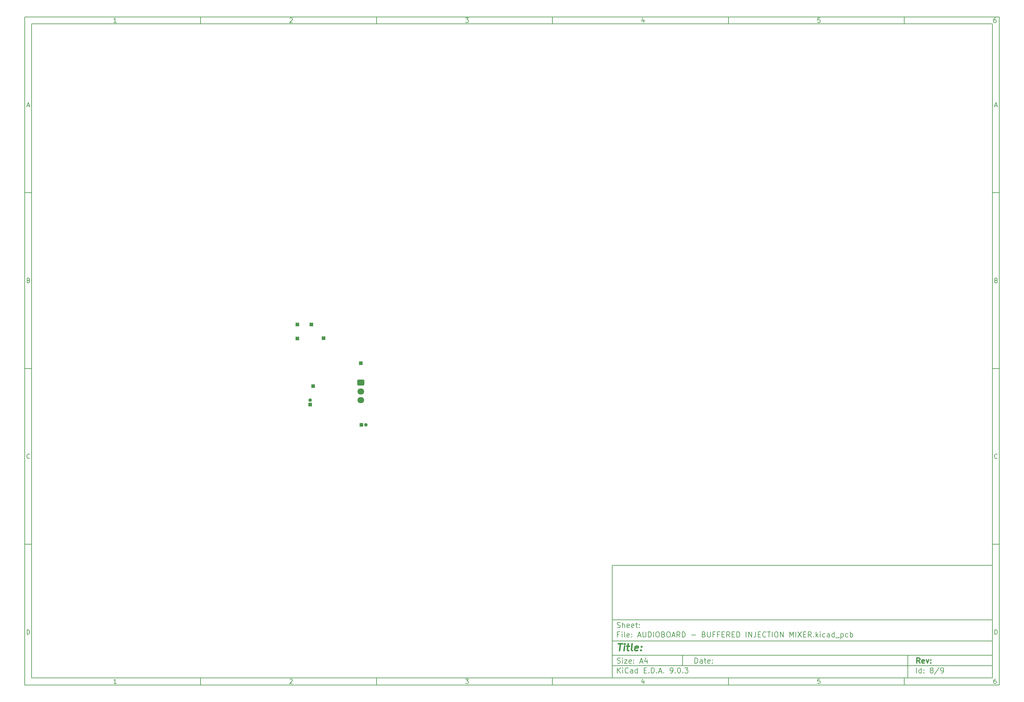
<source format=gbr>
%TF.GenerationSoftware,KiCad,Pcbnew,9.0.3*%
%TF.CreationDate,2025-09-10T01:15:20-07:00*%
%TF.ProjectId,AUDIOBOARD - BUFFERED INJECTION MIXER,41554449-4f42-44f4-9152-44202d204255,rev?*%
%TF.SameCoordinates,Original*%
%TF.FileFunction,Soldermask,Bot*%
%TF.FilePolarity,Negative*%
%FSLAX46Y46*%
G04 Gerber Fmt 4.6, Leading zero omitted, Abs format (unit mm)*
G04 Created by KiCad (PCBNEW 9.0.3) date 2025-09-10 01:15:20*
%MOMM*%
%LPD*%
G01*
G04 APERTURE LIST*
G04 Aperture macros list*
%AMRoundRect*
0 Rectangle with rounded corners*
0 $1 Rounding radius*
0 $2 $3 $4 $5 $6 $7 $8 $9 X,Y pos of 4 corners*
0 Add a 4 corners polygon primitive as box body*
4,1,4,$2,$3,$4,$5,$6,$7,$8,$9,$2,$3,0*
0 Add four circle primitives for the rounded corners*
1,1,$1+$1,$2,$3*
1,1,$1+$1,$4,$5*
1,1,$1+$1,$6,$7*
1,1,$1+$1,$8,$9*
0 Add four rect primitives between the rounded corners*
20,1,$1+$1,$2,$3,$4,$5,0*
20,1,$1+$1,$4,$5,$6,$7,0*
20,1,$1+$1,$6,$7,$8,$9,0*
20,1,$1+$1,$8,$9,$2,$3,0*%
G04 Aperture macros list end*
%ADD10C,0.100000*%
%ADD11C,0.150000*%
%ADD12C,0.300000*%
%ADD13C,0.400000*%
%ADD14R,1.000000X1.000000*%
%ADD15RoundRect,0.250000X-0.725000X0.600000X-0.725000X-0.600000X0.725000X-0.600000X0.725000X0.600000X0*%
%ADD16O,1.950000X1.700000*%
%ADD17C,1.000000*%
G04 APERTURE END LIST*
D10*
D11*
X177002200Y-166007200D02*
X285002200Y-166007200D01*
X285002200Y-198007200D01*
X177002200Y-198007200D01*
X177002200Y-166007200D01*
D10*
D11*
X10000000Y-10000000D02*
X287002200Y-10000000D01*
X287002200Y-200007200D01*
X10000000Y-200007200D01*
X10000000Y-10000000D01*
D10*
D11*
X12000000Y-12000000D02*
X285002200Y-12000000D01*
X285002200Y-198007200D01*
X12000000Y-198007200D01*
X12000000Y-12000000D01*
D10*
D11*
X60000000Y-12000000D02*
X60000000Y-10000000D01*
D10*
D11*
X110000000Y-12000000D02*
X110000000Y-10000000D01*
D10*
D11*
X160000000Y-12000000D02*
X160000000Y-10000000D01*
D10*
D11*
X210000000Y-12000000D02*
X210000000Y-10000000D01*
D10*
D11*
X260000000Y-12000000D02*
X260000000Y-10000000D01*
D10*
D11*
X36089160Y-11593604D02*
X35346303Y-11593604D01*
X35717731Y-11593604D02*
X35717731Y-10293604D01*
X35717731Y-10293604D02*
X35593922Y-10479319D01*
X35593922Y-10479319D02*
X35470112Y-10603128D01*
X35470112Y-10603128D02*
X35346303Y-10665033D01*
D10*
D11*
X85346303Y-10417414D02*
X85408207Y-10355509D01*
X85408207Y-10355509D02*
X85532017Y-10293604D01*
X85532017Y-10293604D02*
X85841541Y-10293604D01*
X85841541Y-10293604D02*
X85965350Y-10355509D01*
X85965350Y-10355509D02*
X86027255Y-10417414D01*
X86027255Y-10417414D02*
X86089160Y-10541223D01*
X86089160Y-10541223D02*
X86089160Y-10665033D01*
X86089160Y-10665033D02*
X86027255Y-10850747D01*
X86027255Y-10850747D02*
X85284398Y-11593604D01*
X85284398Y-11593604D02*
X86089160Y-11593604D01*
D10*
D11*
X135284398Y-10293604D02*
X136089160Y-10293604D01*
X136089160Y-10293604D02*
X135655826Y-10788842D01*
X135655826Y-10788842D02*
X135841541Y-10788842D01*
X135841541Y-10788842D02*
X135965350Y-10850747D01*
X135965350Y-10850747D02*
X136027255Y-10912652D01*
X136027255Y-10912652D02*
X136089160Y-11036461D01*
X136089160Y-11036461D02*
X136089160Y-11345985D01*
X136089160Y-11345985D02*
X136027255Y-11469795D01*
X136027255Y-11469795D02*
X135965350Y-11531700D01*
X135965350Y-11531700D02*
X135841541Y-11593604D01*
X135841541Y-11593604D02*
X135470112Y-11593604D01*
X135470112Y-11593604D02*
X135346303Y-11531700D01*
X135346303Y-11531700D02*
X135284398Y-11469795D01*
D10*
D11*
X185965350Y-10726938D02*
X185965350Y-11593604D01*
X185655826Y-10231700D02*
X185346303Y-11160271D01*
X185346303Y-11160271D02*
X186151064Y-11160271D01*
D10*
D11*
X236027255Y-10293604D02*
X235408207Y-10293604D01*
X235408207Y-10293604D02*
X235346303Y-10912652D01*
X235346303Y-10912652D02*
X235408207Y-10850747D01*
X235408207Y-10850747D02*
X235532017Y-10788842D01*
X235532017Y-10788842D02*
X235841541Y-10788842D01*
X235841541Y-10788842D02*
X235965350Y-10850747D01*
X235965350Y-10850747D02*
X236027255Y-10912652D01*
X236027255Y-10912652D02*
X236089160Y-11036461D01*
X236089160Y-11036461D02*
X236089160Y-11345985D01*
X236089160Y-11345985D02*
X236027255Y-11469795D01*
X236027255Y-11469795D02*
X235965350Y-11531700D01*
X235965350Y-11531700D02*
X235841541Y-11593604D01*
X235841541Y-11593604D02*
X235532017Y-11593604D01*
X235532017Y-11593604D02*
X235408207Y-11531700D01*
X235408207Y-11531700D02*
X235346303Y-11469795D01*
D10*
D11*
X285965350Y-10293604D02*
X285717731Y-10293604D01*
X285717731Y-10293604D02*
X285593922Y-10355509D01*
X285593922Y-10355509D02*
X285532017Y-10417414D01*
X285532017Y-10417414D02*
X285408207Y-10603128D01*
X285408207Y-10603128D02*
X285346303Y-10850747D01*
X285346303Y-10850747D02*
X285346303Y-11345985D01*
X285346303Y-11345985D02*
X285408207Y-11469795D01*
X285408207Y-11469795D02*
X285470112Y-11531700D01*
X285470112Y-11531700D02*
X285593922Y-11593604D01*
X285593922Y-11593604D02*
X285841541Y-11593604D01*
X285841541Y-11593604D02*
X285965350Y-11531700D01*
X285965350Y-11531700D02*
X286027255Y-11469795D01*
X286027255Y-11469795D02*
X286089160Y-11345985D01*
X286089160Y-11345985D02*
X286089160Y-11036461D01*
X286089160Y-11036461D02*
X286027255Y-10912652D01*
X286027255Y-10912652D02*
X285965350Y-10850747D01*
X285965350Y-10850747D02*
X285841541Y-10788842D01*
X285841541Y-10788842D02*
X285593922Y-10788842D01*
X285593922Y-10788842D02*
X285470112Y-10850747D01*
X285470112Y-10850747D02*
X285408207Y-10912652D01*
X285408207Y-10912652D02*
X285346303Y-11036461D01*
D10*
D11*
X60000000Y-198007200D02*
X60000000Y-200007200D01*
D10*
D11*
X110000000Y-198007200D02*
X110000000Y-200007200D01*
D10*
D11*
X160000000Y-198007200D02*
X160000000Y-200007200D01*
D10*
D11*
X210000000Y-198007200D02*
X210000000Y-200007200D01*
D10*
D11*
X260000000Y-198007200D02*
X260000000Y-200007200D01*
D10*
D11*
X36089160Y-199600804D02*
X35346303Y-199600804D01*
X35717731Y-199600804D02*
X35717731Y-198300804D01*
X35717731Y-198300804D02*
X35593922Y-198486519D01*
X35593922Y-198486519D02*
X35470112Y-198610328D01*
X35470112Y-198610328D02*
X35346303Y-198672233D01*
D10*
D11*
X85346303Y-198424614D02*
X85408207Y-198362709D01*
X85408207Y-198362709D02*
X85532017Y-198300804D01*
X85532017Y-198300804D02*
X85841541Y-198300804D01*
X85841541Y-198300804D02*
X85965350Y-198362709D01*
X85965350Y-198362709D02*
X86027255Y-198424614D01*
X86027255Y-198424614D02*
X86089160Y-198548423D01*
X86089160Y-198548423D02*
X86089160Y-198672233D01*
X86089160Y-198672233D02*
X86027255Y-198857947D01*
X86027255Y-198857947D02*
X85284398Y-199600804D01*
X85284398Y-199600804D02*
X86089160Y-199600804D01*
D10*
D11*
X135284398Y-198300804D02*
X136089160Y-198300804D01*
X136089160Y-198300804D02*
X135655826Y-198796042D01*
X135655826Y-198796042D02*
X135841541Y-198796042D01*
X135841541Y-198796042D02*
X135965350Y-198857947D01*
X135965350Y-198857947D02*
X136027255Y-198919852D01*
X136027255Y-198919852D02*
X136089160Y-199043661D01*
X136089160Y-199043661D02*
X136089160Y-199353185D01*
X136089160Y-199353185D02*
X136027255Y-199476995D01*
X136027255Y-199476995D02*
X135965350Y-199538900D01*
X135965350Y-199538900D02*
X135841541Y-199600804D01*
X135841541Y-199600804D02*
X135470112Y-199600804D01*
X135470112Y-199600804D02*
X135346303Y-199538900D01*
X135346303Y-199538900D02*
X135284398Y-199476995D01*
D10*
D11*
X185965350Y-198734138D02*
X185965350Y-199600804D01*
X185655826Y-198238900D02*
X185346303Y-199167471D01*
X185346303Y-199167471D02*
X186151064Y-199167471D01*
D10*
D11*
X236027255Y-198300804D02*
X235408207Y-198300804D01*
X235408207Y-198300804D02*
X235346303Y-198919852D01*
X235346303Y-198919852D02*
X235408207Y-198857947D01*
X235408207Y-198857947D02*
X235532017Y-198796042D01*
X235532017Y-198796042D02*
X235841541Y-198796042D01*
X235841541Y-198796042D02*
X235965350Y-198857947D01*
X235965350Y-198857947D02*
X236027255Y-198919852D01*
X236027255Y-198919852D02*
X236089160Y-199043661D01*
X236089160Y-199043661D02*
X236089160Y-199353185D01*
X236089160Y-199353185D02*
X236027255Y-199476995D01*
X236027255Y-199476995D02*
X235965350Y-199538900D01*
X235965350Y-199538900D02*
X235841541Y-199600804D01*
X235841541Y-199600804D02*
X235532017Y-199600804D01*
X235532017Y-199600804D02*
X235408207Y-199538900D01*
X235408207Y-199538900D02*
X235346303Y-199476995D01*
D10*
D11*
X285965350Y-198300804D02*
X285717731Y-198300804D01*
X285717731Y-198300804D02*
X285593922Y-198362709D01*
X285593922Y-198362709D02*
X285532017Y-198424614D01*
X285532017Y-198424614D02*
X285408207Y-198610328D01*
X285408207Y-198610328D02*
X285346303Y-198857947D01*
X285346303Y-198857947D02*
X285346303Y-199353185D01*
X285346303Y-199353185D02*
X285408207Y-199476995D01*
X285408207Y-199476995D02*
X285470112Y-199538900D01*
X285470112Y-199538900D02*
X285593922Y-199600804D01*
X285593922Y-199600804D02*
X285841541Y-199600804D01*
X285841541Y-199600804D02*
X285965350Y-199538900D01*
X285965350Y-199538900D02*
X286027255Y-199476995D01*
X286027255Y-199476995D02*
X286089160Y-199353185D01*
X286089160Y-199353185D02*
X286089160Y-199043661D01*
X286089160Y-199043661D02*
X286027255Y-198919852D01*
X286027255Y-198919852D02*
X285965350Y-198857947D01*
X285965350Y-198857947D02*
X285841541Y-198796042D01*
X285841541Y-198796042D02*
X285593922Y-198796042D01*
X285593922Y-198796042D02*
X285470112Y-198857947D01*
X285470112Y-198857947D02*
X285408207Y-198919852D01*
X285408207Y-198919852D02*
X285346303Y-199043661D01*
D10*
D11*
X10000000Y-60000000D02*
X12000000Y-60000000D01*
D10*
D11*
X10000000Y-110000000D02*
X12000000Y-110000000D01*
D10*
D11*
X10000000Y-160000000D02*
X12000000Y-160000000D01*
D10*
D11*
X10690476Y-35222176D02*
X11309523Y-35222176D01*
X10566666Y-35593604D02*
X10999999Y-34293604D01*
X10999999Y-34293604D02*
X11433333Y-35593604D01*
D10*
D11*
X11092857Y-84912652D02*
X11278571Y-84974557D01*
X11278571Y-84974557D02*
X11340476Y-85036461D01*
X11340476Y-85036461D02*
X11402380Y-85160271D01*
X11402380Y-85160271D02*
X11402380Y-85345985D01*
X11402380Y-85345985D02*
X11340476Y-85469795D01*
X11340476Y-85469795D02*
X11278571Y-85531700D01*
X11278571Y-85531700D02*
X11154761Y-85593604D01*
X11154761Y-85593604D02*
X10659523Y-85593604D01*
X10659523Y-85593604D02*
X10659523Y-84293604D01*
X10659523Y-84293604D02*
X11092857Y-84293604D01*
X11092857Y-84293604D02*
X11216666Y-84355509D01*
X11216666Y-84355509D02*
X11278571Y-84417414D01*
X11278571Y-84417414D02*
X11340476Y-84541223D01*
X11340476Y-84541223D02*
X11340476Y-84665033D01*
X11340476Y-84665033D02*
X11278571Y-84788842D01*
X11278571Y-84788842D02*
X11216666Y-84850747D01*
X11216666Y-84850747D02*
X11092857Y-84912652D01*
X11092857Y-84912652D02*
X10659523Y-84912652D01*
D10*
D11*
X11402380Y-135469795D02*
X11340476Y-135531700D01*
X11340476Y-135531700D02*
X11154761Y-135593604D01*
X11154761Y-135593604D02*
X11030952Y-135593604D01*
X11030952Y-135593604D02*
X10845238Y-135531700D01*
X10845238Y-135531700D02*
X10721428Y-135407890D01*
X10721428Y-135407890D02*
X10659523Y-135284080D01*
X10659523Y-135284080D02*
X10597619Y-135036461D01*
X10597619Y-135036461D02*
X10597619Y-134850747D01*
X10597619Y-134850747D02*
X10659523Y-134603128D01*
X10659523Y-134603128D02*
X10721428Y-134479319D01*
X10721428Y-134479319D02*
X10845238Y-134355509D01*
X10845238Y-134355509D02*
X11030952Y-134293604D01*
X11030952Y-134293604D02*
X11154761Y-134293604D01*
X11154761Y-134293604D02*
X11340476Y-134355509D01*
X11340476Y-134355509D02*
X11402380Y-134417414D01*
D10*
D11*
X10659523Y-185593604D02*
X10659523Y-184293604D01*
X10659523Y-184293604D02*
X10969047Y-184293604D01*
X10969047Y-184293604D02*
X11154761Y-184355509D01*
X11154761Y-184355509D02*
X11278571Y-184479319D01*
X11278571Y-184479319D02*
X11340476Y-184603128D01*
X11340476Y-184603128D02*
X11402380Y-184850747D01*
X11402380Y-184850747D02*
X11402380Y-185036461D01*
X11402380Y-185036461D02*
X11340476Y-185284080D01*
X11340476Y-185284080D02*
X11278571Y-185407890D01*
X11278571Y-185407890D02*
X11154761Y-185531700D01*
X11154761Y-185531700D02*
X10969047Y-185593604D01*
X10969047Y-185593604D02*
X10659523Y-185593604D01*
D10*
D11*
X287002200Y-60000000D02*
X285002200Y-60000000D01*
D10*
D11*
X287002200Y-110000000D02*
X285002200Y-110000000D01*
D10*
D11*
X287002200Y-160000000D02*
X285002200Y-160000000D01*
D10*
D11*
X285692676Y-35222176D02*
X286311723Y-35222176D01*
X285568866Y-35593604D02*
X286002199Y-34293604D01*
X286002199Y-34293604D02*
X286435533Y-35593604D01*
D10*
D11*
X286095057Y-84912652D02*
X286280771Y-84974557D01*
X286280771Y-84974557D02*
X286342676Y-85036461D01*
X286342676Y-85036461D02*
X286404580Y-85160271D01*
X286404580Y-85160271D02*
X286404580Y-85345985D01*
X286404580Y-85345985D02*
X286342676Y-85469795D01*
X286342676Y-85469795D02*
X286280771Y-85531700D01*
X286280771Y-85531700D02*
X286156961Y-85593604D01*
X286156961Y-85593604D02*
X285661723Y-85593604D01*
X285661723Y-85593604D02*
X285661723Y-84293604D01*
X285661723Y-84293604D02*
X286095057Y-84293604D01*
X286095057Y-84293604D02*
X286218866Y-84355509D01*
X286218866Y-84355509D02*
X286280771Y-84417414D01*
X286280771Y-84417414D02*
X286342676Y-84541223D01*
X286342676Y-84541223D02*
X286342676Y-84665033D01*
X286342676Y-84665033D02*
X286280771Y-84788842D01*
X286280771Y-84788842D02*
X286218866Y-84850747D01*
X286218866Y-84850747D02*
X286095057Y-84912652D01*
X286095057Y-84912652D02*
X285661723Y-84912652D01*
D10*
D11*
X286404580Y-135469795D02*
X286342676Y-135531700D01*
X286342676Y-135531700D02*
X286156961Y-135593604D01*
X286156961Y-135593604D02*
X286033152Y-135593604D01*
X286033152Y-135593604D02*
X285847438Y-135531700D01*
X285847438Y-135531700D02*
X285723628Y-135407890D01*
X285723628Y-135407890D02*
X285661723Y-135284080D01*
X285661723Y-135284080D02*
X285599819Y-135036461D01*
X285599819Y-135036461D02*
X285599819Y-134850747D01*
X285599819Y-134850747D02*
X285661723Y-134603128D01*
X285661723Y-134603128D02*
X285723628Y-134479319D01*
X285723628Y-134479319D02*
X285847438Y-134355509D01*
X285847438Y-134355509D02*
X286033152Y-134293604D01*
X286033152Y-134293604D02*
X286156961Y-134293604D01*
X286156961Y-134293604D02*
X286342676Y-134355509D01*
X286342676Y-134355509D02*
X286404580Y-134417414D01*
D10*
D11*
X285661723Y-185593604D02*
X285661723Y-184293604D01*
X285661723Y-184293604D02*
X285971247Y-184293604D01*
X285971247Y-184293604D02*
X286156961Y-184355509D01*
X286156961Y-184355509D02*
X286280771Y-184479319D01*
X286280771Y-184479319D02*
X286342676Y-184603128D01*
X286342676Y-184603128D02*
X286404580Y-184850747D01*
X286404580Y-184850747D02*
X286404580Y-185036461D01*
X286404580Y-185036461D02*
X286342676Y-185284080D01*
X286342676Y-185284080D02*
X286280771Y-185407890D01*
X286280771Y-185407890D02*
X286156961Y-185531700D01*
X286156961Y-185531700D02*
X285971247Y-185593604D01*
X285971247Y-185593604D02*
X285661723Y-185593604D01*
D10*
D11*
X200458026Y-193793328D02*
X200458026Y-192293328D01*
X200458026Y-192293328D02*
X200815169Y-192293328D01*
X200815169Y-192293328D02*
X201029455Y-192364757D01*
X201029455Y-192364757D02*
X201172312Y-192507614D01*
X201172312Y-192507614D02*
X201243741Y-192650471D01*
X201243741Y-192650471D02*
X201315169Y-192936185D01*
X201315169Y-192936185D02*
X201315169Y-193150471D01*
X201315169Y-193150471D02*
X201243741Y-193436185D01*
X201243741Y-193436185D02*
X201172312Y-193579042D01*
X201172312Y-193579042D02*
X201029455Y-193721900D01*
X201029455Y-193721900D02*
X200815169Y-193793328D01*
X200815169Y-193793328D02*
X200458026Y-193793328D01*
X202600884Y-193793328D02*
X202600884Y-193007614D01*
X202600884Y-193007614D02*
X202529455Y-192864757D01*
X202529455Y-192864757D02*
X202386598Y-192793328D01*
X202386598Y-192793328D02*
X202100884Y-192793328D01*
X202100884Y-192793328D02*
X201958026Y-192864757D01*
X202600884Y-193721900D02*
X202458026Y-193793328D01*
X202458026Y-193793328D02*
X202100884Y-193793328D01*
X202100884Y-193793328D02*
X201958026Y-193721900D01*
X201958026Y-193721900D02*
X201886598Y-193579042D01*
X201886598Y-193579042D02*
X201886598Y-193436185D01*
X201886598Y-193436185D02*
X201958026Y-193293328D01*
X201958026Y-193293328D02*
X202100884Y-193221900D01*
X202100884Y-193221900D02*
X202458026Y-193221900D01*
X202458026Y-193221900D02*
X202600884Y-193150471D01*
X203100884Y-192793328D02*
X203672312Y-192793328D01*
X203315169Y-192293328D02*
X203315169Y-193579042D01*
X203315169Y-193579042D02*
X203386598Y-193721900D01*
X203386598Y-193721900D02*
X203529455Y-193793328D01*
X203529455Y-193793328D02*
X203672312Y-193793328D01*
X204743741Y-193721900D02*
X204600884Y-193793328D01*
X204600884Y-193793328D02*
X204315170Y-193793328D01*
X204315170Y-193793328D02*
X204172312Y-193721900D01*
X204172312Y-193721900D02*
X204100884Y-193579042D01*
X204100884Y-193579042D02*
X204100884Y-193007614D01*
X204100884Y-193007614D02*
X204172312Y-192864757D01*
X204172312Y-192864757D02*
X204315170Y-192793328D01*
X204315170Y-192793328D02*
X204600884Y-192793328D01*
X204600884Y-192793328D02*
X204743741Y-192864757D01*
X204743741Y-192864757D02*
X204815170Y-193007614D01*
X204815170Y-193007614D02*
X204815170Y-193150471D01*
X204815170Y-193150471D02*
X204100884Y-193293328D01*
X205458026Y-193650471D02*
X205529455Y-193721900D01*
X205529455Y-193721900D02*
X205458026Y-193793328D01*
X205458026Y-193793328D02*
X205386598Y-193721900D01*
X205386598Y-193721900D02*
X205458026Y-193650471D01*
X205458026Y-193650471D02*
X205458026Y-193793328D01*
X205458026Y-192864757D02*
X205529455Y-192936185D01*
X205529455Y-192936185D02*
X205458026Y-193007614D01*
X205458026Y-193007614D02*
X205386598Y-192936185D01*
X205386598Y-192936185D02*
X205458026Y-192864757D01*
X205458026Y-192864757D02*
X205458026Y-193007614D01*
D10*
D11*
X177002200Y-194507200D02*
X285002200Y-194507200D01*
D10*
D11*
X178458026Y-196593328D02*
X178458026Y-195093328D01*
X179315169Y-196593328D02*
X178672312Y-195736185D01*
X179315169Y-195093328D02*
X178458026Y-195950471D01*
X179958026Y-196593328D02*
X179958026Y-195593328D01*
X179958026Y-195093328D02*
X179886598Y-195164757D01*
X179886598Y-195164757D02*
X179958026Y-195236185D01*
X179958026Y-195236185D02*
X180029455Y-195164757D01*
X180029455Y-195164757D02*
X179958026Y-195093328D01*
X179958026Y-195093328D02*
X179958026Y-195236185D01*
X181529455Y-196450471D02*
X181458027Y-196521900D01*
X181458027Y-196521900D02*
X181243741Y-196593328D01*
X181243741Y-196593328D02*
X181100884Y-196593328D01*
X181100884Y-196593328D02*
X180886598Y-196521900D01*
X180886598Y-196521900D02*
X180743741Y-196379042D01*
X180743741Y-196379042D02*
X180672312Y-196236185D01*
X180672312Y-196236185D02*
X180600884Y-195950471D01*
X180600884Y-195950471D02*
X180600884Y-195736185D01*
X180600884Y-195736185D02*
X180672312Y-195450471D01*
X180672312Y-195450471D02*
X180743741Y-195307614D01*
X180743741Y-195307614D02*
X180886598Y-195164757D01*
X180886598Y-195164757D02*
X181100884Y-195093328D01*
X181100884Y-195093328D02*
X181243741Y-195093328D01*
X181243741Y-195093328D02*
X181458027Y-195164757D01*
X181458027Y-195164757D02*
X181529455Y-195236185D01*
X182815170Y-196593328D02*
X182815170Y-195807614D01*
X182815170Y-195807614D02*
X182743741Y-195664757D01*
X182743741Y-195664757D02*
X182600884Y-195593328D01*
X182600884Y-195593328D02*
X182315170Y-195593328D01*
X182315170Y-195593328D02*
X182172312Y-195664757D01*
X182815170Y-196521900D02*
X182672312Y-196593328D01*
X182672312Y-196593328D02*
X182315170Y-196593328D01*
X182315170Y-196593328D02*
X182172312Y-196521900D01*
X182172312Y-196521900D02*
X182100884Y-196379042D01*
X182100884Y-196379042D02*
X182100884Y-196236185D01*
X182100884Y-196236185D02*
X182172312Y-196093328D01*
X182172312Y-196093328D02*
X182315170Y-196021900D01*
X182315170Y-196021900D02*
X182672312Y-196021900D01*
X182672312Y-196021900D02*
X182815170Y-195950471D01*
X184172313Y-196593328D02*
X184172313Y-195093328D01*
X184172313Y-196521900D02*
X184029455Y-196593328D01*
X184029455Y-196593328D02*
X183743741Y-196593328D01*
X183743741Y-196593328D02*
X183600884Y-196521900D01*
X183600884Y-196521900D02*
X183529455Y-196450471D01*
X183529455Y-196450471D02*
X183458027Y-196307614D01*
X183458027Y-196307614D02*
X183458027Y-195879042D01*
X183458027Y-195879042D02*
X183529455Y-195736185D01*
X183529455Y-195736185D02*
X183600884Y-195664757D01*
X183600884Y-195664757D02*
X183743741Y-195593328D01*
X183743741Y-195593328D02*
X184029455Y-195593328D01*
X184029455Y-195593328D02*
X184172313Y-195664757D01*
X186029455Y-195807614D02*
X186529455Y-195807614D01*
X186743741Y-196593328D02*
X186029455Y-196593328D01*
X186029455Y-196593328D02*
X186029455Y-195093328D01*
X186029455Y-195093328D02*
X186743741Y-195093328D01*
X187386598Y-196450471D02*
X187458027Y-196521900D01*
X187458027Y-196521900D02*
X187386598Y-196593328D01*
X187386598Y-196593328D02*
X187315170Y-196521900D01*
X187315170Y-196521900D02*
X187386598Y-196450471D01*
X187386598Y-196450471D02*
X187386598Y-196593328D01*
X188100884Y-196593328D02*
X188100884Y-195093328D01*
X188100884Y-195093328D02*
X188458027Y-195093328D01*
X188458027Y-195093328D02*
X188672313Y-195164757D01*
X188672313Y-195164757D02*
X188815170Y-195307614D01*
X188815170Y-195307614D02*
X188886599Y-195450471D01*
X188886599Y-195450471D02*
X188958027Y-195736185D01*
X188958027Y-195736185D02*
X188958027Y-195950471D01*
X188958027Y-195950471D02*
X188886599Y-196236185D01*
X188886599Y-196236185D02*
X188815170Y-196379042D01*
X188815170Y-196379042D02*
X188672313Y-196521900D01*
X188672313Y-196521900D02*
X188458027Y-196593328D01*
X188458027Y-196593328D02*
X188100884Y-196593328D01*
X189600884Y-196450471D02*
X189672313Y-196521900D01*
X189672313Y-196521900D02*
X189600884Y-196593328D01*
X189600884Y-196593328D02*
X189529456Y-196521900D01*
X189529456Y-196521900D02*
X189600884Y-196450471D01*
X189600884Y-196450471D02*
X189600884Y-196593328D01*
X190243742Y-196164757D02*
X190958028Y-196164757D01*
X190100885Y-196593328D02*
X190600885Y-195093328D01*
X190600885Y-195093328D02*
X191100885Y-196593328D01*
X191600884Y-196450471D02*
X191672313Y-196521900D01*
X191672313Y-196521900D02*
X191600884Y-196593328D01*
X191600884Y-196593328D02*
X191529456Y-196521900D01*
X191529456Y-196521900D02*
X191600884Y-196450471D01*
X191600884Y-196450471D02*
X191600884Y-196593328D01*
X193529456Y-196593328D02*
X193815170Y-196593328D01*
X193815170Y-196593328D02*
X193958027Y-196521900D01*
X193958027Y-196521900D02*
X194029456Y-196450471D01*
X194029456Y-196450471D02*
X194172313Y-196236185D01*
X194172313Y-196236185D02*
X194243742Y-195950471D01*
X194243742Y-195950471D02*
X194243742Y-195379042D01*
X194243742Y-195379042D02*
X194172313Y-195236185D01*
X194172313Y-195236185D02*
X194100885Y-195164757D01*
X194100885Y-195164757D02*
X193958027Y-195093328D01*
X193958027Y-195093328D02*
X193672313Y-195093328D01*
X193672313Y-195093328D02*
X193529456Y-195164757D01*
X193529456Y-195164757D02*
X193458027Y-195236185D01*
X193458027Y-195236185D02*
X193386599Y-195379042D01*
X193386599Y-195379042D02*
X193386599Y-195736185D01*
X193386599Y-195736185D02*
X193458027Y-195879042D01*
X193458027Y-195879042D02*
X193529456Y-195950471D01*
X193529456Y-195950471D02*
X193672313Y-196021900D01*
X193672313Y-196021900D02*
X193958027Y-196021900D01*
X193958027Y-196021900D02*
X194100885Y-195950471D01*
X194100885Y-195950471D02*
X194172313Y-195879042D01*
X194172313Y-195879042D02*
X194243742Y-195736185D01*
X194886598Y-196450471D02*
X194958027Y-196521900D01*
X194958027Y-196521900D02*
X194886598Y-196593328D01*
X194886598Y-196593328D02*
X194815170Y-196521900D01*
X194815170Y-196521900D02*
X194886598Y-196450471D01*
X194886598Y-196450471D02*
X194886598Y-196593328D01*
X195886599Y-195093328D02*
X196029456Y-195093328D01*
X196029456Y-195093328D02*
X196172313Y-195164757D01*
X196172313Y-195164757D02*
X196243742Y-195236185D01*
X196243742Y-195236185D02*
X196315170Y-195379042D01*
X196315170Y-195379042D02*
X196386599Y-195664757D01*
X196386599Y-195664757D02*
X196386599Y-196021900D01*
X196386599Y-196021900D02*
X196315170Y-196307614D01*
X196315170Y-196307614D02*
X196243742Y-196450471D01*
X196243742Y-196450471D02*
X196172313Y-196521900D01*
X196172313Y-196521900D02*
X196029456Y-196593328D01*
X196029456Y-196593328D02*
X195886599Y-196593328D01*
X195886599Y-196593328D02*
X195743742Y-196521900D01*
X195743742Y-196521900D02*
X195672313Y-196450471D01*
X195672313Y-196450471D02*
X195600884Y-196307614D01*
X195600884Y-196307614D02*
X195529456Y-196021900D01*
X195529456Y-196021900D02*
X195529456Y-195664757D01*
X195529456Y-195664757D02*
X195600884Y-195379042D01*
X195600884Y-195379042D02*
X195672313Y-195236185D01*
X195672313Y-195236185D02*
X195743742Y-195164757D01*
X195743742Y-195164757D02*
X195886599Y-195093328D01*
X197029455Y-196450471D02*
X197100884Y-196521900D01*
X197100884Y-196521900D02*
X197029455Y-196593328D01*
X197029455Y-196593328D02*
X196958027Y-196521900D01*
X196958027Y-196521900D02*
X197029455Y-196450471D01*
X197029455Y-196450471D02*
X197029455Y-196593328D01*
X197600884Y-195093328D02*
X198529456Y-195093328D01*
X198529456Y-195093328D02*
X198029456Y-195664757D01*
X198029456Y-195664757D02*
X198243741Y-195664757D01*
X198243741Y-195664757D02*
X198386599Y-195736185D01*
X198386599Y-195736185D02*
X198458027Y-195807614D01*
X198458027Y-195807614D02*
X198529456Y-195950471D01*
X198529456Y-195950471D02*
X198529456Y-196307614D01*
X198529456Y-196307614D02*
X198458027Y-196450471D01*
X198458027Y-196450471D02*
X198386599Y-196521900D01*
X198386599Y-196521900D02*
X198243741Y-196593328D01*
X198243741Y-196593328D02*
X197815170Y-196593328D01*
X197815170Y-196593328D02*
X197672313Y-196521900D01*
X197672313Y-196521900D02*
X197600884Y-196450471D01*
D10*
D11*
X177002200Y-191507200D02*
X285002200Y-191507200D01*
D10*
D12*
X264413853Y-193785528D02*
X263913853Y-193071242D01*
X263556710Y-193785528D02*
X263556710Y-192285528D01*
X263556710Y-192285528D02*
X264128139Y-192285528D01*
X264128139Y-192285528D02*
X264270996Y-192356957D01*
X264270996Y-192356957D02*
X264342425Y-192428385D01*
X264342425Y-192428385D02*
X264413853Y-192571242D01*
X264413853Y-192571242D02*
X264413853Y-192785528D01*
X264413853Y-192785528D02*
X264342425Y-192928385D01*
X264342425Y-192928385D02*
X264270996Y-192999814D01*
X264270996Y-192999814D02*
X264128139Y-193071242D01*
X264128139Y-193071242D02*
X263556710Y-193071242D01*
X265628139Y-193714100D02*
X265485282Y-193785528D01*
X265485282Y-193785528D02*
X265199568Y-193785528D01*
X265199568Y-193785528D02*
X265056710Y-193714100D01*
X265056710Y-193714100D02*
X264985282Y-193571242D01*
X264985282Y-193571242D02*
X264985282Y-192999814D01*
X264985282Y-192999814D02*
X265056710Y-192856957D01*
X265056710Y-192856957D02*
X265199568Y-192785528D01*
X265199568Y-192785528D02*
X265485282Y-192785528D01*
X265485282Y-192785528D02*
X265628139Y-192856957D01*
X265628139Y-192856957D02*
X265699568Y-192999814D01*
X265699568Y-192999814D02*
X265699568Y-193142671D01*
X265699568Y-193142671D02*
X264985282Y-193285528D01*
X266199567Y-192785528D02*
X266556710Y-193785528D01*
X266556710Y-193785528D02*
X266913853Y-192785528D01*
X267485281Y-193642671D02*
X267556710Y-193714100D01*
X267556710Y-193714100D02*
X267485281Y-193785528D01*
X267485281Y-193785528D02*
X267413853Y-193714100D01*
X267413853Y-193714100D02*
X267485281Y-193642671D01*
X267485281Y-193642671D02*
X267485281Y-193785528D01*
X267485281Y-192856957D02*
X267556710Y-192928385D01*
X267556710Y-192928385D02*
X267485281Y-192999814D01*
X267485281Y-192999814D02*
X267413853Y-192928385D01*
X267413853Y-192928385D02*
X267485281Y-192856957D01*
X267485281Y-192856957D02*
X267485281Y-192999814D01*
D10*
D11*
X178386598Y-193721900D02*
X178600884Y-193793328D01*
X178600884Y-193793328D02*
X178958026Y-193793328D01*
X178958026Y-193793328D02*
X179100884Y-193721900D01*
X179100884Y-193721900D02*
X179172312Y-193650471D01*
X179172312Y-193650471D02*
X179243741Y-193507614D01*
X179243741Y-193507614D02*
X179243741Y-193364757D01*
X179243741Y-193364757D02*
X179172312Y-193221900D01*
X179172312Y-193221900D02*
X179100884Y-193150471D01*
X179100884Y-193150471D02*
X178958026Y-193079042D01*
X178958026Y-193079042D02*
X178672312Y-193007614D01*
X178672312Y-193007614D02*
X178529455Y-192936185D01*
X178529455Y-192936185D02*
X178458026Y-192864757D01*
X178458026Y-192864757D02*
X178386598Y-192721900D01*
X178386598Y-192721900D02*
X178386598Y-192579042D01*
X178386598Y-192579042D02*
X178458026Y-192436185D01*
X178458026Y-192436185D02*
X178529455Y-192364757D01*
X178529455Y-192364757D02*
X178672312Y-192293328D01*
X178672312Y-192293328D02*
X179029455Y-192293328D01*
X179029455Y-192293328D02*
X179243741Y-192364757D01*
X179886597Y-193793328D02*
X179886597Y-192793328D01*
X179886597Y-192293328D02*
X179815169Y-192364757D01*
X179815169Y-192364757D02*
X179886597Y-192436185D01*
X179886597Y-192436185D02*
X179958026Y-192364757D01*
X179958026Y-192364757D02*
X179886597Y-192293328D01*
X179886597Y-192293328D02*
X179886597Y-192436185D01*
X180458026Y-192793328D02*
X181243741Y-192793328D01*
X181243741Y-192793328D02*
X180458026Y-193793328D01*
X180458026Y-193793328D02*
X181243741Y-193793328D01*
X182386598Y-193721900D02*
X182243741Y-193793328D01*
X182243741Y-193793328D02*
X181958027Y-193793328D01*
X181958027Y-193793328D02*
X181815169Y-193721900D01*
X181815169Y-193721900D02*
X181743741Y-193579042D01*
X181743741Y-193579042D02*
X181743741Y-193007614D01*
X181743741Y-193007614D02*
X181815169Y-192864757D01*
X181815169Y-192864757D02*
X181958027Y-192793328D01*
X181958027Y-192793328D02*
X182243741Y-192793328D01*
X182243741Y-192793328D02*
X182386598Y-192864757D01*
X182386598Y-192864757D02*
X182458027Y-193007614D01*
X182458027Y-193007614D02*
X182458027Y-193150471D01*
X182458027Y-193150471D02*
X181743741Y-193293328D01*
X183100883Y-193650471D02*
X183172312Y-193721900D01*
X183172312Y-193721900D02*
X183100883Y-193793328D01*
X183100883Y-193793328D02*
X183029455Y-193721900D01*
X183029455Y-193721900D02*
X183100883Y-193650471D01*
X183100883Y-193650471D02*
X183100883Y-193793328D01*
X183100883Y-192864757D02*
X183172312Y-192936185D01*
X183172312Y-192936185D02*
X183100883Y-193007614D01*
X183100883Y-193007614D02*
X183029455Y-192936185D01*
X183029455Y-192936185D02*
X183100883Y-192864757D01*
X183100883Y-192864757D02*
X183100883Y-193007614D01*
X184886598Y-193364757D02*
X185600884Y-193364757D01*
X184743741Y-193793328D02*
X185243741Y-192293328D01*
X185243741Y-192293328D02*
X185743741Y-193793328D01*
X186886598Y-192793328D02*
X186886598Y-193793328D01*
X186529455Y-192221900D02*
X186172312Y-193293328D01*
X186172312Y-193293328D02*
X187100883Y-193293328D01*
D10*
D11*
X263458026Y-196593328D02*
X263458026Y-195093328D01*
X264815170Y-196593328D02*
X264815170Y-195093328D01*
X264815170Y-196521900D02*
X264672312Y-196593328D01*
X264672312Y-196593328D02*
X264386598Y-196593328D01*
X264386598Y-196593328D02*
X264243741Y-196521900D01*
X264243741Y-196521900D02*
X264172312Y-196450471D01*
X264172312Y-196450471D02*
X264100884Y-196307614D01*
X264100884Y-196307614D02*
X264100884Y-195879042D01*
X264100884Y-195879042D02*
X264172312Y-195736185D01*
X264172312Y-195736185D02*
X264243741Y-195664757D01*
X264243741Y-195664757D02*
X264386598Y-195593328D01*
X264386598Y-195593328D02*
X264672312Y-195593328D01*
X264672312Y-195593328D02*
X264815170Y-195664757D01*
X265529455Y-196450471D02*
X265600884Y-196521900D01*
X265600884Y-196521900D02*
X265529455Y-196593328D01*
X265529455Y-196593328D02*
X265458027Y-196521900D01*
X265458027Y-196521900D02*
X265529455Y-196450471D01*
X265529455Y-196450471D02*
X265529455Y-196593328D01*
X265529455Y-195664757D02*
X265600884Y-195736185D01*
X265600884Y-195736185D02*
X265529455Y-195807614D01*
X265529455Y-195807614D02*
X265458027Y-195736185D01*
X265458027Y-195736185D02*
X265529455Y-195664757D01*
X265529455Y-195664757D02*
X265529455Y-195807614D01*
X267600884Y-195736185D02*
X267458027Y-195664757D01*
X267458027Y-195664757D02*
X267386598Y-195593328D01*
X267386598Y-195593328D02*
X267315170Y-195450471D01*
X267315170Y-195450471D02*
X267315170Y-195379042D01*
X267315170Y-195379042D02*
X267386598Y-195236185D01*
X267386598Y-195236185D02*
X267458027Y-195164757D01*
X267458027Y-195164757D02*
X267600884Y-195093328D01*
X267600884Y-195093328D02*
X267886598Y-195093328D01*
X267886598Y-195093328D02*
X268029456Y-195164757D01*
X268029456Y-195164757D02*
X268100884Y-195236185D01*
X268100884Y-195236185D02*
X268172313Y-195379042D01*
X268172313Y-195379042D02*
X268172313Y-195450471D01*
X268172313Y-195450471D02*
X268100884Y-195593328D01*
X268100884Y-195593328D02*
X268029456Y-195664757D01*
X268029456Y-195664757D02*
X267886598Y-195736185D01*
X267886598Y-195736185D02*
X267600884Y-195736185D01*
X267600884Y-195736185D02*
X267458027Y-195807614D01*
X267458027Y-195807614D02*
X267386598Y-195879042D01*
X267386598Y-195879042D02*
X267315170Y-196021900D01*
X267315170Y-196021900D02*
X267315170Y-196307614D01*
X267315170Y-196307614D02*
X267386598Y-196450471D01*
X267386598Y-196450471D02*
X267458027Y-196521900D01*
X267458027Y-196521900D02*
X267600884Y-196593328D01*
X267600884Y-196593328D02*
X267886598Y-196593328D01*
X267886598Y-196593328D02*
X268029456Y-196521900D01*
X268029456Y-196521900D02*
X268100884Y-196450471D01*
X268100884Y-196450471D02*
X268172313Y-196307614D01*
X268172313Y-196307614D02*
X268172313Y-196021900D01*
X268172313Y-196021900D02*
X268100884Y-195879042D01*
X268100884Y-195879042D02*
X268029456Y-195807614D01*
X268029456Y-195807614D02*
X267886598Y-195736185D01*
X269886598Y-195021900D02*
X268600884Y-196950471D01*
X270458027Y-196593328D02*
X270743741Y-196593328D01*
X270743741Y-196593328D02*
X270886598Y-196521900D01*
X270886598Y-196521900D02*
X270958027Y-196450471D01*
X270958027Y-196450471D02*
X271100884Y-196236185D01*
X271100884Y-196236185D02*
X271172313Y-195950471D01*
X271172313Y-195950471D02*
X271172313Y-195379042D01*
X271172313Y-195379042D02*
X271100884Y-195236185D01*
X271100884Y-195236185D02*
X271029456Y-195164757D01*
X271029456Y-195164757D02*
X270886598Y-195093328D01*
X270886598Y-195093328D02*
X270600884Y-195093328D01*
X270600884Y-195093328D02*
X270458027Y-195164757D01*
X270458027Y-195164757D02*
X270386598Y-195236185D01*
X270386598Y-195236185D02*
X270315170Y-195379042D01*
X270315170Y-195379042D02*
X270315170Y-195736185D01*
X270315170Y-195736185D02*
X270386598Y-195879042D01*
X270386598Y-195879042D02*
X270458027Y-195950471D01*
X270458027Y-195950471D02*
X270600884Y-196021900D01*
X270600884Y-196021900D02*
X270886598Y-196021900D01*
X270886598Y-196021900D02*
X271029456Y-195950471D01*
X271029456Y-195950471D02*
X271100884Y-195879042D01*
X271100884Y-195879042D02*
X271172313Y-195736185D01*
D10*
D11*
X177002200Y-187507200D02*
X285002200Y-187507200D01*
D10*
D13*
X178693928Y-188211638D02*
X179836785Y-188211638D01*
X179015357Y-190211638D02*
X179265357Y-188211638D01*
X180253452Y-190211638D02*
X180420119Y-188878304D01*
X180503452Y-188211638D02*
X180396309Y-188306876D01*
X180396309Y-188306876D02*
X180479643Y-188402114D01*
X180479643Y-188402114D02*
X180586786Y-188306876D01*
X180586786Y-188306876D02*
X180503452Y-188211638D01*
X180503452Y-188211638D02*
X180479643Y-188402114D01*
X181086786Y-188878304D02*
X181848690Y-188878304D01*
X181455833Y-188211638D02*
X181241548Y-189925923D01*
X181241548Y-189925923D02*
X181312976Y-190116400D01*
X181312976Y-190116400D02*
X181491548Y-190211638D01*
X181491548Y-190211638D02*
X181682024Y-190211638D01*
X182634405Y-190211638D02*
X182455833Y-190116400D01*
X182455833Y-190116400D02*
X182384405Y-189925923D01*
X182384405Y-189925923D02*
X182598690Y-188211638D01*
X184170119Y-190116400D02*
X183967738Y-190211638D01*
X183967738Y-190211638D02*
X183586785Y-190211638D01*
X183586785Y-190211638D02*
X183408214Y-190116400D01*
X183408214Y-190116400D02*
X183336785Y-189925923D01*
X183336785Y-189925923D02*
X183432024Y-189164019D01*
X183432024Y-189164019D02*
X183551071Y-188973542D01*
X183551071Y-188973542D02*
X183753452Y-188878304D01*
X183753452Y-188878304D02*
X184134404Y-188878304D01*
X184134404Y-188878304D02*
X184312976Y-188973542D01*
X184312976Y-188973542D02*
X184384404Y-189164019D01*
X184384404Y-189164019D02*
X184360595Y-189354495D01*
X184360595Y-189354495D02*
X183384404Y-189544971D01*
X185134405Y-190021161D02*
X185217738Y-190116400D01*
X185217738Y-190116400D02*
X185110595Y-190211638D01*
X185110595Y-190211638D02*
X185027262Y-190116400D01*
X185027262Y-190116400D02*
X185134405Y-190021161D01*
X185134405Y-190021161D02*
X185110595Y-190211638D01*
X185265357Y-188973542D02*
X185348690Y-189068780D01*
X185348690Y-189068780D02*
X185241548Y-189164019D01*
X185241548Y-189164019D02*
X185158214Y-189068780D01*
X185158214Y-189068780D02*
X185265357Y-188973542D01*
X185265357Y-188973542D02*
X185241548Y-189164019D01*
D10*
D11*
X178958026Y-185607614D02*
X178458026Y-185607614D01*
X178458026Y-186393328D02*
X178458026Y-184893328D01*
X178458026Y-184893328D02*
X179172312Y-184893328D01*
X179743740Y-186393328D02*
X179743740Y-185393328D01*
X179743740Y-184893328D02*
X179672312Y-184964757D01*
X179672312Y-184964757D02*
X179743740Y-185036185D01*
X179743740Y-185036185D02*
X179815169Y-184964757D01*
X179815169Y-184964757D02*
X179743740Y-184893328D01*
X179743740Y-184893328D02*
X179743740Y-185036185D01*
X180672312Y-186393328D02*
X180529455Y-186321900D01*
X180529455Y-186321900D02*
X180458026Y-186179042D01*
X180458026Y-186179042D02*
X180458026Y-184893328D01*
X181815169Y-186321900D02*
X181672312Y-186393328D01*
X181672312Y-186393328D02*
X181386598Y-186393328D01*
X181386598Y-186393328D02*
X181243740Y-186321900D01*
X181243740Y-186321900D02*
X181172312Y-186179042D01*
X181172312Y-186179042D02*
X181172312Y-185607614D01*
X181172312Y-185607614D02*
X181243740Y-185464757D01*
X181243740Y-185464757D02*
X181386598Y-185393328D01*
X181386598Y-185393328D02*
X181672312Y-185393328D01*
X181672312Y-185393328D02*
X181815169Y-185464757D01*
X181815169Y-185464757D02*
X181886598Y-185607614D01*
X181886598Y-185607614D02*
X181886598Y-185750471D01*
X181886598Y-185750471D02*
X181172312Y-185893328D01*
X182529454Y-186250471D02*
X182600883Y-186321900D01*
X182600883Y-186321900D02*
X182529454Y-186393328D01*
X182529454Y-186393328D02*
X182458026Y-186321900D01*
X182458026Y-186321900D02*
X182529454Y-186250471D01*
X182529454Y-186250471D02*
X182529454Y-186393328D01*
X182529454Y-185464757D02*
X182600883Y-185536185D01*
X182600883Y-185536185D02*
X182529454Y-185607614D01*
X182529454Y-185607614D02*
X182458026Y-185536185D01*
X182458026Y-185536185D02*
X182529454Y-185464757D01*
X182529454Y-185464757D02*
X182529454Y-185607614D01*
X184315169Y-185964757D02*
X185029455Y-185964757D01*
X184172312Y-186393328D02*
X184672312Y-184893328D01*
X184672312Y-184893328D02*
X185172312Y-186393328D01*
X185672311Y-184893328D02*
X185672311Y-186107614D01*
X185672311Y-186107614D02*
X185743740Y-186250471D01*
X185743740Y-186250471D02*
X185815169Y-186321900D01*
X185815169Y-186321900D02*
X185958026Y-186393328D01*
X185958026Y-186393328D02*
X186243740Y-186393328D01*
X186243740Y-186393328D02*
X186386597Y-186321900D01*
X186386597Y-186321900D02*
X186458026Y-186250471D01*
X186458026Y-186250471D02*
X186529454Y-186107614D01*
X186529454Y-186107614D02*
X186529454Y-184893328D01*
X187243740Y-186393328D02*
X187243740Y-184893328D01*
X187243740Y-184893328D02*
X187600883Y-184893328D01*
X187600883Y-184893328D02*
X187815169Y-184964757D01*
X187815169Y-184964757D02*
X187958026Y-185107614D01*
X187958026Y-185107614D02*
X188029455Y-185250471D01*
X188029455Y-185250471D02*
X188100883Y-185536185D01*
X188100883Y-185536185D02*
X188100883Y-185750471D01*
X188100883Y-185750471D02*
X188029455Y-186036185D01*
X188029455Y-186036185D02*
X187958026Y-186179042D01*
X187958026Y-186179042D02*
X187815169Y-186321900D01*
X187815169Y-186321900D02*
X187600883Y-186393328D01*
X187600883Y-186393328D02*
X187243740Y-186393328D01*
X188743740Y-186393328D02*
X188743740Y-184893328D01*
X189743741Y-184893328D02*
X190029455Y-184893328D01*
X190029455Y-184893328D02*
X190172312Y-184964757D01*
X190172312Y-184964757D02*
X190315169Y-185107614D01*
X190315169Y-185107614D02*
X190386598Y-185393328D01*
X190386598Y-185393328D02*
X190386598Y-185893328D01*
X190386598Y-185893328D02*
X190315169Y-186179042D01*
X190315169Y-186179042D02*
X190172312Y-186321900D01*
X190172312Y-186321900D02*
X190029455Y-186393328D01*
X190029455Y-186393328D02*
X189743741Y-186393328D01*
X189743741Y-186393328D02*
X189600884Y-186321900D01*
X189600884Y-186321900D02*
X189458026Y-186179042D01*
X189458026Y-186179042D02*
X189386598Y-185893328D01*
X189386598Y-185893328D02*
X189386598Y-185393328D01*
X189386598Y-185393328D02*
X189458026Y-185107614D01*
X189458026Y-185107614D02*
X189600884Y-184964757D01*
X189600884Y-184964757D02*
X189743741Y-184893328D01*
X191529455Y-185607614D02*
X191743741Y-185679042D01*
X191743741Y-185679042D02*
X191815170Y-185750471D01*
X191815170Y-185750471D02*
X191886598Y-185893328D01*
X191886598Y-185893328D02*
X191886598Y-186107614D01*
X191886598Y-186107614D02*
X191815170Y-186250471D01*
X191815170Y-186250471D02*
X191743741Y-186321900D01*
X191743741Y-186321900D02*
X191600884Y-186393328D01*
X191600884Y-186393328D02*
X191029455Y-186393328D01*
X191029455Y-186393328D02*
X191029455Y-184893328D01*
X191029455Y-184893328D02*
X191529455Y-184893328D01*
X191529455Y-184893328D02*
X191672313Y-184964757D01*
X191672313Y-184964757D02*
X191743741Y-185036185D01*
X191743741Y-185036185D02*
X191815170Y-185179042D01*
X191815170Y-185179042D02*
X191815170Y-185321900D01*
X191815170Y-185321900D02*
X191743741Y-185464757D01*
X191743741Y-185464757D02*
X191672313Y-185536185D01*
X191672313Y-185536185D02*
X191529455Y-185607614D01*
X191529455Y-185607614D02*
X191029455Y-185607614D01*
X192815170Y-184893328D02*
X193100884Y-184893328D01*
X193100884Y-184893328D02*
X193243741Y-184964757D01*
X193243741Y-184964757D02*
X193386598Y-185107614D01*
X193386598Y-185107614D02*
X193458027Y-185393328D01*
X193458027Y-185393328D02*
X193458027Y-185893328D01*
X193458027Y-185893328D02*
X193386598Y-186179042D01*
X193386598Y-186179042D02*
X193243741Y-186321900D01*
X193243741Y-186321900D02*
X193100884Y-186393328D01*
X193100884Y-186393328D02*
X192815170Y-186393328D01*
X192815170Y-186393328D02*
X192672313Y-186321900D01*
X192672313Y-186321900D02*
X192529455Y-186179042D01*
X192529455Y-186179042D02*
X192458027Y-185893328D01*
X192458027Y-185893328D02*
X192458027Y-185393328D01*
X192458027Y-185393328D02*
X192529455Y-185107614D01*
X192529455Y-185107614D02*
X192672313Y-184964757D01*
X192672313Y-184964757D02*
X192815170Y-184893328D01*
X194029456Y-185964757D02*
X194743742Y-185964757D01*
X193886599Y-186393328D02*
X194386599Y-184893328D01*
X194386599Y-184893328D02*
X194886599Y-186393328D01*
X196243741Y-186393328D02*
X195743741Y-185679042D01*
X195386598Y-186393328D02*
X195386598Y-184893328D01*
X195386598Y-184893328D02*
X195958027Y-184893328D01*
X195958027Y-184893328D02*
X196100884Y-184964757D01*
X196100884Y-184964757D02*
X196172313Y-185036185D01*
X196172313Y-185036185D02*
X196243741Y-185179042D01*
X196243741Y-185179042D02*
X196243741Y-185393328D01*
X196243741Y-185393328D02*
X196172313Y-185536185D01*
X196172313Y-185536185D02*
X196100884Y-185607614D01*
X196100884Y-185607614D02*
X195958027Y-185679042D01*
X195958027Y-185679042D02*
X195386598Y-185679042D01*
X196886598Y-186393328D02*
X196886598Y-184893328D01*
X196886598Y-184893328D02*
X197243741Y-184893328D01*
X197243741Y-184893328D02*
X197458027Y-184964757D01*
X197458027Y-184964757D02*
X197600884Y-185107614D01*
X197600884Y-185107614D02*
X197672313Y-185250471D01*
X197672313Y-185250471D02*
X197743741Y-185536185D01*
X197743741Y-185536185D02*
X197743741Y-185750471D01*
X197743741Y-185750471D02*
X197672313Y-186036185D01*
X197672313Y-186036185D02*
X197600884Y-186179042D01*
X197600884Y-186179042D02*
X197458027Y-186321900D01*
X197458027Y-186321900D02*
X197243741Y-186393328D01*
X197243741Y-186393328D02*
X196886598Y-186393328D01*
X199529455Y-185821900D02*
X200672313Y-185821900D01*
X203029455Y-185607614D02*
X203243741Y-185679042D01*
X203243741Y-185679042D02*
X203315170Y-185750471D01*
X203315170Y-185750471D02*
X203386598Y-185893328D01*
X203386598Y-185893328D02*
X203386598Y-186107614D01*
X203386598Y-186107614D02*
X203315170Y-186250471D01*
X203315170Y-186250471D02*
X203243741Y-186321900D01*
X203243741Y-186321900D02*
X203100884Y-186393328D01*
X203100884Y-186393328D02*
X202529455Y-186393328D01*
X202529455Y-186393328D02*
X202529455Y-184893328D01*
X202529455Y-184893328D02*
X203029455Y-184893328D01*
X203029455Y-184893328D02*
X203172313Y-184964757D01*
X203172313Y-184964757D02*
X203243741Y-185036185D01*
X203243741Y-185036185D02*
X203315170Y-185179042D01*
X203315170Y-185179042D02*
X203315170Y-185321900D01*
X203315170Y-185321900D02*
X203243741Y-185464757D01*
X203243741Y-185464757D02*
X203172313Y-185536185D01*
X203172313Y-185536185D02*
X203029455Y-185607614D01*
X203029455Y-185607614D02*
X202529455Y-185607614D01*
X204029455Y-184893328D02*
X204029455Y-186107614D01*
X204029455Y-186107614D02*
X204100884Y-186250471D01*
X204100884Y-186250471D02*
X204172313Y-186321900D01*
X204172313Y-186321900D02*
X204315170Y-186393328D01*
X204315170Y-186393328D02*
X204600884Y-186393328D01*
X204600884Y-186393328D02*
X204743741Y-186321900D01*
X204743741Y-186321900D02*
X204815170Y-186250471D01*
X204815170Y-186250471D02*
X204886598Y-186107614D01*
X204886598Y-186107614D02*
X204886598Y-184893328D01*
X206100884Y-185607614D02*
X205600884Y-185607614D01*
X205600884Y-186393328D02*
X205600884Y-184893328D01*
X205600884Y-184893328D02*
X206315170Y-184893328D01*
X207386598Y-185607614D02*
X206886598Y-185607614D01*
X206886598Y-186393328D02*
X206886598Y-184893328D01*
X206886598Y-184893328D02*
X207600884Y-184893328D01*
X208172312Y-185607614D02*
X208672312Y-185607614D01*
X208886598Y-186393328D02*
X208172312Y-186393328D01*
X208172312Y-186393328D02*
X208172312Y-184893328D01*
X208172312Y-184893328D02*
X208886598Y-184893328D01*
X210386598Y-186393328D02*
X209886598Y-185679042D01*
X209529455Y-186393328D02*
X209529455Y-184893328D01*
X209529455Y-184893328D02*
X210100884Y-184893328D01*
X210100884Y-184893328D02*
X210243741Y-184964757D01*
X210243741Y-184964757D02*
X210315170Y-185036185D01*
X210315170Y-185036185D02*
X210386598Y-185179042D01*
X210386598Y-185179042D02*
X210386598Y-185393328D01*
X210386598Y-185393328D02*
X210315170Y-185536185D01*
X210315170Y-185536185D02*
X210243741Y-185607614D01*
X210243741Y-185607614D02*
X210100884Y-185679042D01*
X210100884Y-185679042D02*
X209529455Y-185679042D01*
X211029455Y-185607614D02*
X211529455Y-185607614D01*
X211743741Y-186393328D02*
X211029455Y-186393328D01*
X211029455Y-186393328D02*
X211029455Y-184893328D01*
X211029455Y-184893328D02*
X211743741Y-184893328D01*
X212386598Y-186393328D02*
X212386598Y-184893328D01*
X212386598Y-184893328D02*
X212743741Y-184893328D01*
X212743741Y-184893328D02*
X212958027Y-184964757D01*
X212958027Y-184964757D02*
X213100884Y-185107614D01*
X213100884Y-185107614D02*
X213172313Y-185250471D01*
X213172313Y-185250471D02*
X213243741Y-185536185D01*
X213243741Y-185536185D02*
X213243741Y-185750471D01*
X213243741Y-185750471D02*
X213172313Y-186036185D01*
X213172313Y-186036185D02*
X213100884Y-186179042D01*
X213100884Y-186179042D02*
X212958027Y-186321900D01*
X212958027Y-186321900D02*
X212743741Y-186393328D01*
X212743741Y-186393328D02*
X212386598Y-186393328D01*
X215029455Y-186393328D02*
X215029455Y-184893328D01*
X215743741Y-186393328D02*
X215743741Y-184893328D01*
X215743741Y-184893328D02*
X216600884Y-186393328D01*
X216600884Y-186393328D02*
X216600884Y-184893328D01*
X217743742Y-184893328D02*
X217743742Y-185964757D01*
X217743742Y-185964757D02*
X217672313Y-186179042D01*
X217672313Y-186179042D02*
X217529456Y-186321900D01*
X217529456Y-186321900D02*
X217315170Y-186393328D01*
X217315170Y-186393328D02*
X217172313Y-186393328D01*
X218458027Y-185607614D02*
X218958027Y-185607614D01*
X219172313Y-186393328D02*
X218458027Y-186393328D01*
X218458027Y-186393328D02*
X218458027Y-184893328D01*
X218458027Y-184893328D02*
X219172313Y-184893328D01*
X220672313Y-186250471D02*
X220600885Y-186321900D01*
X220600885Y-186321900D02*
X220386599Y-186393328D01*
X220386599Y-186393328D02*
X220243742Y-186393328D01*
X220243742Y-186393328D02*
X220029456Y-186321900D01*
X220029456Y-186321900D02*
X219886599Y-186179042D01*
X219886599Y-186179042D02*
X219815170Y-186036185D01*
X219815170Y-186036185D02*
X219743742Y-185750471D01*
X219743742Y-185750471D02*
X219743742Y-185536185D01*
X219743742Y-185536185D02*
X219815170Y-185250471D01*
X219815170Y-185250471D02*
X219886599Y-185107614D01*
X219886599Y-185107614D02*
X220029456Y-184964757D01*
X220029456Y-184964757D02*
X220243742Y-184893328D01*
X220243742Y-184893328D02*
X220386599Y-184893328D01*
X220386599Y-184893328D02*
X220600885Y-184964757D01*
X220600885Y-184964757D02*
X220672313Y-185036185D01*
X221100885Y-184893328D02*
X221958028Y-184893328D01*
X221529456Y-186393328D02*
X221529456Y-184893328D01*
X222458027Y-186393328D02*
X222458027Y-184893328D01*
X223458028Y-184893328D02*
X223743742Y-184893328D01*
X223743742Y-184893328D02*
X223886599Y-184964757D01*
X223886599Y-184964757D02*
X224029456Y-185107614D01*
X224029456Y-185107614D02*
X224100885Y-185393328D01*
X224100885Y-185393328D02*
X224100885Y-185893328D01*
X224100885Y-185893328D02*
X224029456Y-186179042D01*
X224029456Y-186179042D02*
X223886599Y-186321900D01*
X223886599Y-186321900D02*
X223743742Y-186393328D01*
X223743742Y-186393328D02*
X223458028Y-186393328D01*
X223458028Y-186393328D02*
X223315171Y-186321900D01*
X223315171Y-186321900D02*
X223172313Y-186179042D01*
X223172313Y-186179042D02*
X223100885Y-185893328D01*
X223100885Y-185893328D02*
X223100885Y-185393328D01*
X223100885Y-185393328D02*
X223172313Y-185107614D01*
X223172313Y-185107614D02*
X223315171Y-184964757D01*
X223315171Y-184964757D02*
X223458028Y-184893328D01*
X224743742Y-186393328D02*
X224743742Y-184893328D01*
X224743742Y-184893328D02*
X225600885Y-186393328D01*
X225600885Y-186393328D02*
X225600885Y-184893328D01*
X227458028Y-186393328D02*
X227458028Y-184893328D01*
X227458028Y-184893328D02*
X227958028Y-185964757D01*
X227958028Y-185964757D02*
X228458028Y-184893328D01*
X228458028Y-184893328D02*
X228458028Y-186393328D01*
X229172314Y-186393328D02*
X229172314Y-184893328D01*
X229743743Y-184893328D02*
X230743743Y-186393328D01*
X230743743Y-184893328D02*
X229743743Y-186393328D01*
X231315171Y-185607614D02*
X231815171Y-185607614D01*
X232029457Y-186393328D02*
X231315171Y-186393328D01*
X231315171Y-186393328D02*
X231315171Y-184893328D01*
X231315171Y-184893328D02*
X232029457Y-184893328D01*
X233529457Y-186393328D02*
X233029457Y-185679042D01*
X232672314Y-186393328D02*
X232672314Y-184893328D01*
X232672314Y-184893328D02*
X233243743Y-184893328D01*
X233243743Y-184893328D02*
X233386600Y-184964757D01*
X233386600Y-184964757D02*
X233458029Y-185036185D01*
X233458029Y-185036185D02*
X233529457Y-185179042D01*
X233529457Y-185179042D02*
X233529457Y-185393328D01*
X233529457Y-185393328D02*
X233458029Y-185536185D01*
X233458029Y-185536185D02*
X233386600Y-185607614D01*
X233386600Y-185607614D02*
X233243743Y-185679042D01*
X233243743Y-185679042D02*
X232672314Y-185679042D01*
X234172314Y-186250471D02*
X234243743Y-186321900D01*
X234243743Y-186321900D02*
X234172314Y-186393328D01*
X234172314Y-186393328D02*
X234100886Y-186321900D01*
X234100886Y-186321900D02*
X234172314Y-186250471D01*
X234172314Y-186250471D02*
X234172314Y-186393328D01*
X234886600Y-186393328D02*
X234886600Y-184893328D01*
X235029458Y-185821900D02*
X235458029Y-186393328D01*
X235458029Y-185393328D02*
X234886600Y-185964757D01*
X236100886Y-186393328D02*
X236100886Y-185393328D01*
X236100886Y-184893328D02*
X236029458Y-184964757D01*
X236029458Y-184964757D02*
X236100886Y-185036185D01*
X236100886Y-185036185D02*
X236172315Y-184964757D01*
X236172315Y-184964757D02*
X236100886Y-184893328D01*
X236100886Y-184893328D02*
X236100886Y-185036185D01*
X237458030Y-186321900D02*
X237315172Y-186393328D01*
X237315172Y-186393328D02*
X237029458Y-186393328D01*
X237029458Y-186393328D02*
X236886601Y-186321900D01*
X236886601Y-186321900D02*
X236815172Y-186250471D01*
X236815172Y-186250471D02*
X236743744Y-186107614D01*
X236743744Y-186107614D02*
X236743744Y-185679042D01*
X236743744Y-185679042D02*
X236815172Y-185536185D01*
X236815172Y-185536185D02*
X236886601Y-185464757D01*
X236886601Y-185464757D02*
X237029458Y-185393328D01*
X237029458Y-185393328D02*
X237315172Y-185393328D01*
X237315172Y-185393328D02*
X237458030Y-185464757D01*
X238743744Y-186393328D02*
X238743744Y-185607614D01*
X238743744Y-185607614D02*
X238672315Y-185464757D01*
X238672315Y-185464757D02*
X238529458Y-185393328D01*
X238529458Y-185393328D02*
X238243744Y-185393328D01*
X238243744Y-185393328D02*
X238100886Y-185464757D01*
X238743744Y-186321900D02*
X238600886Y-186393328D01*
X238600886Y-186393328D02*
X238243744Y-186393328D01*
X238243744Y-186393328D02*
X238100886Y-186321900D01*
X238100886Y-186321900D02*
X238029458Y-186179042D01*
X238029458Y-186179042D02*
X238029458Y-186036185D01*
X238029458Y-186036185D02*
X238100886Y-185893328D01*
X238100886Y-185893328D02*
X238243744Y-185821900D01*
X238243744Y-185821900D02*
X238600886Y-185821900D01*
X238600886Y-185821900D02*
X238743744Y-185750471D01*
X240100887Y-186393328D02*
X240100887Y-184893328D01*
X240100887Y-186321900D02*
X239958029Y-186393328D01*
X239958029Y-186393328D02*
X239672315Y-186393328D01*
X239672315Y-186393328D02*
X239529458Y-186321900D01*
X239529458Y-186321900D02*
X239458029Y-186250471D01*
X239458029Y-186250471D02*
X239386601Y-186107614D01*
X239386601Y-186107614D02*
X239386601Y-185679042D01*
X239386601Y-185679042D02*
X239458029Y-185536185D01*
X239458029Y-185536185D02*
X239529458Y-185464757D01*
X239529458Y-185464757D02*
X239672315Y-185393328D01*
X239672315Y-185393328D02*
X239958029Y-185393328D01*
X239958029Y-185393328D02*
X240100887Y-185464757D01*
X240458030Y-186536185D02*
X241600887Y-186536185D01*
X241958029Y-185393328D02*
X241958029Y-186893328D01*
X241958029Y-185464757D02*
X242100887Y-185393328D01*
X242100887Y-185393328D02*
X242386601Y-185393328D01*
X242386601Y-185393328D02*
X242529458Y-185464757D01*
X242529458Y-185464757D02*
X242600887Y-185536185D01*
X242600887Y-185536185D02*
X242672315Y-185679042D01*
X242672315Y-185679042D02*
X242672315Y-186107614D01*
X242672315Y-186107614D02*
X242600887Y-186250471D01*
X242600887Y-186250471D02*
X242529458Y-186321900D01*
X242529458Y-186321900D02*
X242386601Y-186393328D01*
X242386601Y-186393328D02*
X242100887Y-186393328D01*
X242100887Y-186393328D02*
X241958029Y-186321900D01*
X243958030Y-186321900D02*
X243815172Y-186393328D01*
X243815172Y-186393328D02*
X243529458Y-186393328D01*
X243529458Y-186393328D02*
X243386601Y-186321900D01*
X243386601Y-186321900D02*
X243315172Y-186250471D01*
X243315172Y-186250471D02*
X243243744Y-186107614D01*
X243243744Y-186107614D02*
X243243744Y-185679042D01*
X243243744Y-185679042D02*
X243315172Y-185536185D01*
X243315172Y-185536185D02*
X243386601Y-185464757D01*
X243386601Y-185464757D02*
X243529458Y-185393328D01*
X243529458Y-185393328D02*
X243815172Y-185393328D01*
X243815172Y-185393328D02*
X243958030Y-185464757D01*
X244600886Y-186393328D02*
X244600886Y-184893328D01*
X244600886Y-185464757D02*
X244743744Y-185393328D01*
X244743744Y-185393328D02*
X245029458Y-185393328D01*
X245029458Y-185393328D02*
X245172315Y-185464757D01*
X245172315Y-185464757D02*
X245243744Y-185536185D01*
X245243744Y-185536185D02*
X245315172Y-185679042D01*
X245315172Y-185679042D02*
X245315172Y-186107614D01*
X245315172Y-186107614D02*
X245243744Y-186250471D01*
X245243744Y-186250471D02*
X245172315Y-186321900D01*
X245172315Y-186321900D02*
X245029458Y-186393328D01*
X245029458Y-186393328D02*
X244743744Y-186393328D01*
X244743744Y-186393328D02*
X244600886Y-186321900D01*
D10*
D11*
X177002200Y-181507200D02*
X285002200Y-181507200D01*
D10*
D11*
X178386598Y-183621900D02*
X178600884Y-183693328D01*
X178600884Y-183693328D02*
X178958026Y-183693328D01*
X178958026Y-183693328D02*
X179100884Y-183621900D01*
X179100884Y-183621900D02*
X179172312Y-183550471D01*
X179172312Y-183550471D02*
X179243741Y-183407614D01*
X179243741Y-183407614D02*
X179243741Y-183264757D01*
X179243741Y-183264757D02*
X179172312Y-183121900D01*
X179172312Y-183121900D02*
X179100884Y-183050471D01*
X179100884Y-183050471D02*
X178958026Y-182979042D01*
X178958026Y-182979042D02*
X178672312Y-182907614D01*
X178672312Y-182907614D02*
X178529455Y-182836185D01*
X178529455Y-182836185D02*
X178458026Y-182764757D01*
X178458026Y-182764757D02*
X178386598Y-182621900D01*
X178386598Y-182621900D02*
X178386598Y-182479042D01*
X178386598Y-182479042D02*
X178458026Y-182336185D01*
X178458026Y-182336185D02*
X178529455Y-182264757D01*
X178529455Y-182264757D02*
X178672312Y-182193328D01*
X178672312Y-182193328D02*
X179029455Y-182193328D01*
X179029455Y-182193328D02*
X179243741Y-182264757D01*
X179886597Y-183693328D02*
X179886597Y-182193328D01*
X180529455Y-183693328D02*
X180529455Y-182907614D01*
X180529455Y-182907614D02*
X180458026Y-182764757D01*
X180458026Y-182764757D02*
X180315169Y-182693328D01*
X180315169Y-182693328D02*
X180100883Y-182693328D01*
X180100883Y-182693328D02*
X179958026Y-182764757D01*
X179958026Y-182764757D02*
X179886597Y-182836185D01*
X181815169Y-183621900D02*
X181672312Y-183693328D01*
X181672312Y-183693328D02*
X181386598Y-183693328D01*
X181386598Y-183693328D02*
X181243740Y-183621900D01*
X181243740Y-183621900D02*
X181172312Y-183479042D01*
X181172312Y-183479042D02*
X181172312Y-182907614D01*
X181172312Y-182907614D02*
X181243740Y-182764757D01*
X181243740Y-182764757D02*
X181386598Y-182693328D01*
X181386598Y-182693328D02*
X181672312Y-182693328D01*
X181672312Y-182693328D02*
X181815169Y-182764757D01*
X181815169Y-182764757D02*
X181886598Y-182907614D01*
X181886598Y-182907614D02*
X181886598Y-183050471D01*
X181886598Y-183050471D02*
X181172312Y-183193328D01*
X183100883Y-183621900D02*
X182958026Y-183693328D01*
X182958026Y-183693328D02*
X182672312Y-183693328D01*
X182672312Y-183693328D02*
X182529454Y-183621900D01*
X182529454Y-183621900D02*
X182458026Y-183479042D01*
X182458026Y-183479042D02*
X182458026Y-182907614D01*
X182458026Y-182907614D02*
X182529454Y-182764757D01*
X182529454Y-182764757D02*
X182672312Y-182693328D01*
X182672312Y-182693328D02*
X182958026Y-182693328D01*
X182958026Y-182693328D02*
X183100883Y-182764757D01*
X183100883Y-182764757D02*
X183172312Y-182907614D01*
X183172312Y-182907614D02*
X183172312Y-183050471D01*
X183172312Y-183050471D02*
X182458026Y-183193328D01*
X183600883Y-182693328D02*
X184172311Y-182693328D01*
X183815168Y-182193328D02*
X183815168Y-183479042D01*
X183815168Y-183479042D02*
X183886597Y-183621900D01*
X183886597Y-183621900D02*
X184029454Y-183693328D01*
X184029454Y-183693328D02*
X184172311Y-183693328D01*
X184672311Y-183550471D02*
X184743740Y-183621900D01*
X184743740Y-183621900D02*
X184672311Y-183693328D01*
X184672311Y-183693328D02*
X184600883Y-183621900D01*
X184600883Y-183621900D02*
X184672311Y-183550471D01*
X184672311Y-183550471D02*
X184672311Y-183693328D01*
X184672311Y-182764757D02*
X184743740Y-182836185D01*
X184743740Y-182836185D02*
X184672311Y-182907614D01*
X184672311Y-182907614D02*
X184600883Y-182836185D01*
X184600883Y-182836185D02*
X184672311Y-182764757D01*
X184672311Y-182764757D02*
X184672311Y-182907614D01*
D10*
D11*
X197002200Y-191507200D02*
X197002200Y-194507200D01*
D10*
D11*
X261002200Y-191507200D02*
X261002200Y-198007200D01*
D14*
%TO.C,J6*%
X92000000Y-115000000D03*
%TD*%
%TO.C,J3*%
X87500000Y-101500000D03*
%TD*%
D15*
%TO.C,J9*%
X105500000Y-114000000D03*
D16*
X105500000Y-116500000D03*
X105500000Y-119000000D03*
%TD*%
D14*
%TO.C,J4*%
X105500000Y-108500000D03*
%TD*%
%TO.C,J7*%
X105730000Y-126000000D03*
D17*
X107000000Y-126000000D03*
%TD*%
D14*
%TO.C,J1*%
X91500000Y-97500000D03*
%TD*%
%TO.C,J5*%
X94950000Y-101412500D03*
%TD*%
%TO.C,J2*%
X87500000Y-97500000D03*
%TD*%
%TO.C,J8*%
X91175000Y-120260000D03*
D17*
X91175000Y-118990000D03*
%TD*%
M02*

</source>
